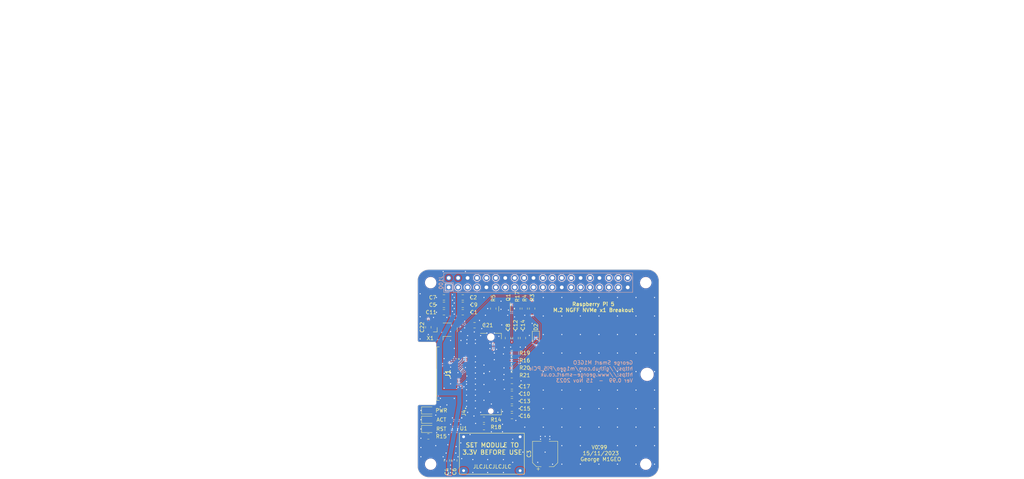
<source format=kicad_pcb>
(kicad_pcb (version 20221018) (generator pcbnew)
  (title_block (title "Raspberry Pi 5 M.2 Hat") (date "2023-11-15") (rev "0.99") (company "George M1GEO, Chris G8OCV") (comment 1 "https://www.george-smart.co.uk") (comment 2 "https://github.com/m1geo/Pi5_PCIe") (comment 4 "** Controlled Impedances: JLC04161H-7628 Stackup **"))
  (layers (0 "F.Cu" signal) (1 "In1.Cu" signal) (2 "In2.Cu" signal) (31 "B.Cu" signal) (34 "B.Paste" user) (35 "F.Paste" user) (36 "B.SilkS" user "B.Silkscreen") (37 "F.SilkS" user "F.Silkscreen") (38 "B.Mask" user) (39 "F.Mask" user) (44 "Edge.Cuts" user))
  (net 0 "")
  (net 1 "GND")
  (net 2 "+3V3")
  (net 3 "Net-(X1-OUT)")
  (net 4 "+5V")
  (net 5 "PCIE_TX0N")
  (net 6 "PCIE_TX0P")
  (net 7 "PCIE_RX0P")
  (net 8 "PCIE_RX0N")
  (net 9 "PCIE_CLKN")
  (net 10 "PCIE_CLKP")
  (net 11 "PCIE_PERST#")
  (net 12 "Net-(Q1-G)")
  (net 13 "Net-(C21-Pad2)")
  (net 14 "PCIE_CLKREQ#")
  (net 15 "PCIE_WAKE#")
  (net 16 "PCIE_SMCLK")
  (net 17 "PCIE_SMDAT")
  (net 18 "RESET")
  (net 19 "UNKNOWN?!")
  (net 20 "Net-(D1-A)")
  (net 25 "Net-(D4-A)")
  (net 26 "Net-(D5-A)")
  (net 83 "/ACT_LED")
  (footprint "Capacitor_SMD:C_0805_2012Metric_Pad1.18x1.45mm_HandSolder" (layer "F.Cu") (at 138.0375 110)
    (fp_text reference "C15")
    (fp_text value "100n")
  )
  (footprint "Capacitor_SMD:C_0805_2012Metric_Pad1.18x1.45mm_HandSolder" (layer "F.Cu") (at 119.7125 84 180)
    (fp_text reference "C11")
    (fp_text value "100n")
  )
  (footprint "MountingHole:MountingHole_3.2mm_M3" (layer "F.Cu") (at 174.5 100.75)
    (fp_text reference "H1" hide)
    (fp_text value "M2 Hole")
  )
  (footprint "LED_SMD:LED_0805_2012Metric_Pad1.15x1.40mm_HandSolder" (layer "F.Cu") (at 115.525 115.5)
    (fp_text reference "D5" hide)
    (fp_text value "RST")
  )
  (footprint "Resistor_SMD:R_0805_2012Metric_Pad1.20x1.40mm_HandSolder" (layer "F.Cu") (at 141.5 83 -90)
    (fp_text reference "R4")
    (fp_text value "10k")
  )
  (footprint "Capacitor_SMD:C_0805_2012Metric_Pad1.18x1.45mm_HandSolder" (layer "F.Cu") (at 138.0375 108)
    (fp_text reference "C13")
    (fp_text value "100n")
  )
  (footprint "Resistor_SMD:R_0805_2012Metric_Pad1.20x1.40mm_HandSolder" (layer "F.Cu") (at 138 97)
    (fp_text reference "R16")
    (fp_text value "10k")
  )
  (footprint "Capacitor_SMD:C_0805_2012Metric_Pad1.18x1.45mm_HandSolder" (layer "F.Cu") (at 138.0375 106)
    (fp_text reference "C10")
    (fp_text value "10u")
  )
  (footprint "Resistor_SMD:R_0805_2012Metric_Pad1.20x1.40mm_HandSolder" (layer "F.Cu") (at 133 83 -90)
    (fp_text reference "R5")
    (fp_text value "0")
  )
  (footprint "Capacitor_SMD:C_0805_2012Metric_Pad1.18x1.45mm_HandSolder" (layer "F.Cu") (at 139 90.9625 90)
    (fp_text reference "C12")
    (fp_text value "100n")
  )
  (footprint "Resistor_SMD:R_0805_2012Metric_Pad1.20x1.40mm_HandSolder" (layer "F.Cu") (at 130.5 113 180)
    (fp_text reference "R14")
    (fp_text value "1k")
  )
  (footprint "Capacitor_SMD:C_0805_2012Metric_Pad1.18x1.45mm_HandSolder" (layer "F.Cu") (at 115.5 88.0375 90)
    (fp_text reference "C22")
    (fp_text value "100n")
  )
  (footprint "Mini360:Mini360_step-down" (layer "F.Cu") (at 132.63 122.175)
    (fp_text reference "U1")
    (fp_text value "Mini360")
  )
  (footprint "fpc:68711614522" (layer "F.Cu") (at 119.94 100.555 -90)
    (fp_text reference "J1")
    (fp_text value "68711614522" hide)
  )
  (footprint "LED_SMD:LED_0805_2012Metric_Pad1.15x1.40mm_HandSolder" (layer "F.Cu") (at 115.525 113)
    (fp_text reference "D1" hide)
    (fp_text value "ACT")
  )
  (footprint "Resistor_SMD:R_0805_2012Metric_Pad1.20x1.40mm_HandSolder" (layer "F.Cu") (at 138 95)
    (fp_text reference "R19")
    (fp_text value "10k")
  )
  (footprint "Resistor_SMD:R_0805_2012Metric_Pad1.20x1.40mm_HandSolder" (layer "F.Cu") (at 138 99.05)
    (fp_text reference "R20")
    (fp_text value "10k")
  )
  (footprint "Capacitor_SMD:C_0805_2012Metric_Pad1.18x1.45mm_HandSolder" (layer "F.Cu") (at 138.0375 112)
    (fp_text reference "C16")
    (fp_text value "100n")
  )
  (footprint "Capacitor_SMD:C_0805_2012Metric_Pad1.18x1.45mm_HandSolder" (layer "F.Cu") (at 119.7125 82 180)
    (fp_text reference "C5")
    (fp_text value "10u")
  )
  (footprint "Oscillator:Oscillator_SMD_Fordahl_DFAS15-4Pin_5.0x3.2mm_HandSoldering" (layer "F.Cu") (at 120.575 88.7)
    (fp_text reference "X1")
    (fp_text value "KD 3.3V")
  )
  (footprint "Resistor_SMD:R_0805_2012Metric_Pad1.20x1.40mm_HandSolder" (layer "F.Cu") (at 138 101)
    (fp_text reference "R21")
    (fp_text value "10k")
  )
  (footprint "Diode_SMD:D_0805_2012Metric_Pad1.15x1.40mm_HandSolder" (layer "F.Cu") (at 144.5 90.975 -90)
    (fp_text reference "D2")
    (fp_text value "DNF")
  )
  (footprint "Package_TO_SOT_SMD:SOT-23" (layer "F.Cu") (at 136.05 83.0625 -90)
    (fp_text reference "Q1")
    (fp_text value "BS170F")
  )
  (footprint "Capacitor_SMD:C_0805_2012Metric_Pad1.18x1.45mm_HandSolder" (layer "F.Cu") (at 119.7125 79.99 180)
    (fp_text reference "C7")
    (fp_text value "10u")
  )
  (footprint "Capacitor_SMD:C_0805_2012Metric_Pad1.18x1.45mm_HandSolder" (layer "F.Cu") (at 124.7875 82)
    (fp_text reference "C9")
    (fp_text value "10u")
  )
  (footprint "MountingHole:MountingHole_2.7mm_M2.5" (layer "F.Cu") (at 174.13 76)
    (fp_text reference "MH2" hide)
    (fp_text value "MountingHole_2.7mm_M2.5" hide)
  )
  (footprint "Capacitor_SMD:C_0805_2012Metric_Pad1.18x1.45mm_HandSolder" (layer "F.Cu") (at 124.7875 84)
    (fp_text reference "C1")
    (fp_text value "100n")
  )
  (footprint "Resistor_SMD:R_0805_2012Metric_Pad1.20x1.40mm_HandSolder" (layer "F.Cu") (at 143.5 83 90)
    (fp_text reference "R3")
    (fp_text value "DNF")
  )
  (footprint "Capacitor_SMD:C_0805_2012Metric_Pad1.18x1.45mm_HandSolder" (layer "F.Cu") (at 127.9625 87.5)
    (fp_text reference "C21")
    (fp_text value "100n")
  )
  (footprint "Resistor_SMD:R_0805_2012Metric_Pad1.20x1.40mm_HandSolder" (layer "F.Cu") (at 139.5 83 90)
    (fp_text reference "R17")
    (fp_text value "10k")
  )
  (footprint "LED_SMD:LED_0805_2012Metric_Pad1.15x1.40mm_HandSolder" (layer "F.Cu") (at 115.525 110.5)
    (fp_text reference "D4" hide)
    (fp_text value "PWR")
  )
  (footprint "Capacitor_SMD:C_0805_2012Metric_Pad1.18x1.45mm_HandSolder" (layer "F.Cu") (at 122.5 124 90)
    (fp_text reference "C6")
    (fp_text value "100n")
  )
  (footprint "Capacitor_SMD:C_0805_2012Metric_Pad1.18x1.45mm_HandSolder" (layer "F.Cu") (at 120.5 124 90)
    (fp_text reference "C4")
    (fp_text value "10u")
  )
  (footprint "ngff:AMPHENOL_MDT420M03001" (layer "F.Cu") (at 132.355 100.675 90)
    (fp_text reference "J4")
    (fp_text value "MDT420M03001")
  )
  (footprint "Resistor_SMD:R_0805_2012Metric_Pad1.20x1.40mm_HandSolder" (layer "F.Cu") (at 130.5 115 180)
    (fp_text reference "R18")
    (fp_text value "1k")
  )
  (footprint "Capacitor_SMD:C_0805_2012Metric_Pad1.18x1.45mm_HandSolder" (layer "F.Cu") (at 141 90.9625 90)
    (fp_text reference "C14")
    (fp_text value "100n")
  )
  (footprint "MountingHole:MountingHole_2.7mm_M2.5" (layer "F.Cu") (at 174.13 125)
    (fp_text reference "MH4" hide)
    (fp_text value "MountingHole_2.7mm_M2.5" hide)
  )
  (footprint "MountingHole:MountingHole_2.7mm_M2.5" (layer "F.Cu") (at 116.13 125)
    (fp_text reference "MH3" hide)
    (fp_text value "MountingHole_2.7mm_M2.5" hide)
  )
  (footprint "Capacitor_SMD:C_0805_2012Metric_Pad1.18x1.45mm_HandSolder" (layer "F.Cu") (at 137 90.9625 90)
    (fp_text reference "C8")
    (fp_text value "10u")
  )
  (footprint "Capacitor_SMD:C_0805_2012Metric_Pad1.18x1.45mm_HandSolder" (layer "F.Cu") (at 138.0375 104)
    (fp_text reference "C17")
    (fp_text value "100n")
  )
  (footprint "Capacitor_SMD:C_0805_2012Metric_Pad1.18x1.45mm_HandSolder" (layer "F.Cu") (at 124.7875 80)
    (fp_text reference "C2")
    (fp_text value "10u")
  )
  (footprint "Resistor_SMD:R_0805_2012Metric_Pad1.20x1.40mm_HandSolder" (layer "F.Cu") (at 115.5 117.5)
    (fp_text reference "R15")
    (fp_text value "1k")
  )
  (footprint "MountingHole:MountingHole_2.7mm_M2.5" (layer "F.Cu") (at 116.13 76)
    (fp_text reference "MH1" hide)
    (fp_text value "MountingHole_2.7mm_M2.5" hide)
  )
  (footprint "Capacitor_SMD:CP_Elec_6.3x7.7" (layer "F.Cu") (at 147 122.25 90)
    (fp_text reference "C3")
    (fp_text value "150u")
  )
  (footprint "Connector_PinSocket_2.54mm:PinSocket_2x20_P2.54mm_Vertical" (layer "B.Cu") (at 121 77.27 -90)
    (fp_text reference "J100")
    (fp_text value "GPIO")
  )
  (gr_line (start 177.63 125.5) (end 177.63 75.5) (stroke (width 0.1)) (layer "Edge.Cuts"))
  (gr_line (start 113.13 92) (end 117.13 92) (stroke (width 0.1)) (layer "Edge.Cuts"))
  (gr_arc (start 112.63 109.5) (mid 112.776138 109.146755) (end 113.129127 109.000001) (stroke (width 0.1)) (layer "Edge.Cuts"))
  (gr_line (start 115.63 128.5) (end 174.63 128.5) (stroke (width 0.1)) (layer "Edge.Cuts"))
  (gr_arc (start 112.63 75.5) (mid 113.50868 73.37868) (end 115.63 72.5) (stroke (width 0.1)) (layer "Edge.Cuts"))
  (gr_line (start 117.13 109) (end 113.13 109) (stroke (width 0.1)) (layer "Edge.Cuts"))
  (gr_line (start 112.63 75.5) (end 112.63 91.5) (stroke (width 0.1)) (layer "Edge.Cuts"))
  (gr_arc (start 117.13 92) (mid 117.483553 92.146447) (end 117.63 92.5) (stroke (width 0.1)) (layer "Edge.Cuts"))
  (gr_arc (start 117.63 108.5) (mid 117.483553 108.853553) (end 117.13 109) (stroke (width 0.1)) (layer "Edge.Cuts"))
  (gr_arc (start 174.63 72.5) (mid 176.75132 73.37868) (end 177.63 75.5) (stroke (width 0.1)) (layer "Edge.Cuts"))
  (gr_arc (start 177.63 125.5) (mid 176.75132 127.62132) (end 174.63 128.5) (stroke (width 0.1)) (layer "Edge.Cuts"))
  (gr_line (start 112.63 109.5) (end 112.63 125.5) (stroke (width 0.1)) (layer "Edge.Cuts"))
  (gr_line (start 174.63 72.5) (end 115.63 72.5) (stroke (width 0.1)) (layer "Edge.Cuts"))
  (gr_arc (start 115.63 128.5) (mid 113.50868 127.62132) (end 112.63 125.5) (stroke (width 0.1)) (layer "Edge.Cuts"))
  (gr_arc (start 113.13 92) (mid 112.776447 91.853553) (end 112.63 91.5) (stroke (width 0.1)) (layer "Edge.Cuts"))
  (gr_line (start 117.63 92.5) (end 117.63 108.5) (stroke (width 0.1)) (layer "Edge.Cuts"))
  (gr_text "George Smart M1GEO\nhttps://github.com/m1geo/Pi5_PCIe\nhttps://www.george-smart.co.uk\nVer 0.99  -  15 Nov 2023" (at 170.75 103) (layer "B.SilkS") (effects (font (size 1 1)) (justify left bottom mirror)))
  (gr_text "SET MODULE TO\n3.3V BEFORE USE" (at 132.75 122.5) (layer "F.SilkS") (effects (font (size 1.2 1.2) (thickness 0.2) bold) (justify bottom)))
  (gr_text "V0.99 \n15/11/2023\nGeorge M1GEO" (at 162 124.25) (layer "F.SilkS") (effects (font (size 1 1)) (justify bottom)))
  (gr_text "Raspberry Pi 5\nM.2 NGFF NVMe x1 Breakout" (at 160 84) (layer "F.SilkS") (effects (font (size 1 1) (thickness 0.2) bold) (justify bottom)))
  (gr_text "JLCJLCJLCJLC" (at 127.5 126.25) (layer "F.SilkS") (effects (font (size 1 1)) (justify left bottom)))
  (segment (start 122.49 98.805) (end 123.5 98.805) (width 0.25) (layer "F.Cu") (net 1))
  (segment (start 125.88 101.925) (end 127.08 101.925) (width 0.25) (layer "F.Cu") (net 1))
  (segment (start 125.6666 97.6384) (end 125.88 97.425) (width 0.25) (layer "F.Cu") (net 1))
  (segment (start 123.09 101.805) (end 123.22 101.675) (width 0.25) (layer "F.Cu") (net 1))
  (segment (start 124.6666 97.6384) (end 125.6666 97.6384) (width 0.25) (layer "F.Cu") (net 1))
  (segment (start 122.49 103.305) (end 122.5416 103.3566) (width 0.25) (layer "F.Cu") (net 1))
  (segment (start 124.13 101.675) (end 125.38 100.425) (width 0.25) (layer "F.Cu") (net 1))
  (segment (start 124.4484 103.3566) (end 125.88 101.925) (width 0.25) (layer "F.Cu") (net 1))
  (segment (start 122.49 101.805) (end 123.09 101.805) (width 0.25) (layer "F.Cu") (net 1))
  (segment (start 125.88 97.425) (end 127.08 97.425) (width 0.25) (layer "F.Cu") (net 1))
  (segment (start 125.38 100.425) (end 127.08 100.425) (width 0.25) (layer "F.Cu") (net 1))
  (segment (start 122.5416 103.3566) (end 124.4484 103.3566) (width 0.25) (layer "F.Cu") (net 1))
  (segment (start 123.22 101.675) (end 124.13 101.675) (width 0.25) (layer "F.Cu") (net 1))
  (segment (start 123.5 98.805) (end 124.6666 97.6384) (width 0.25) (layer "F.Cu") (net 1))
  (via (at 121.5 89.2) (size 0.45) (drill 0.3) (layers "F.Cu" "B.Cu") (net 1))
  (via (at 137.1 83.4) (size 0.45) (drill 0.3) (layers "F.Cu" "B.Cu") (net 1))
  (via (at 128.2 91.4) (size 0.45) (drill 0.3) (layers "F.Cu" "B.Cu") (net 1))
  (via (at 133.9 94) (size 0.45) (drill 0.3) (layers "F.Cu" "B.Cu") (net 1))
  (via (at 156.5 90) (size 0.45) (drill 0.3) (layers "F.Cu" "B.Cu") (net 1))
  (via (at 161.5 105) (size 0.45) (drill 0.3) (layers "F.Cu" "B.Cu") (net 1))
  (via (at 121 117) (size 0.45) (drill 0.3) (layers "F.Cu" "B.Cu") (net 1))
  (via (at 148.25 117.5) (size 0.45) (drill 0.3) (layers "F.Cu" "B.Cu") (net 1))
  (via (at 135.75 120.25) (size 0.45) (drill 0.3) (layers "F.Cu" "B.Cu") (net 1))
  (via (at 130.5 100.5) (size 0.45) (drill 0.3) (layers "F.Cu" "B.Cu") (net 1))
  (via (at 126.9 84) (size 0.45) (drill 0.3) (layers "F.Cu" "B.Cu") (net 1))
  (via (at 130.7 87.4) (size 0.45) (drill 0.3) (layers "F.Cu" "B.Cu") (net 1))
  (via (at 151.5 110) (size 0.45) (drill 0.3) (layers "F.Cu" "B.Cu") (net 1))
  (via (at 129.6 111) (size 0.45) (drill 0.3) (layers "F.Cu" "B.Cu") (net 1))
  (via (at 137.9 100) (size 0.45) (drill 0.3) (layers "F.Cu" "B.Cu") (net 1))
  (via (at 171.5 95) (size 0.45) (drill 0.3) (layers "F.Cu" "B.Cu") (net 1))
  (via (at 121.5 98.8) (size 0.45) (drill 0.3) (layers "F.Cu" "B.Cu") (net 1))
  (via (at 166.5 95) (size 0.45) (drill 0.3) (layers "F.Cu" "B.Cu") (net 1))
  (via (at 176.5 105) (size 0.45) (drill 0.3) (layers "F.Cu" "B.Cu") (net 1))
  (via (at 128.2 92.4) (size 0.45) (drill 0.3) (layers "F.Cu" "B.Cu") (net 1))
  (via (at 140 110) (size 0.45) (drill 0.3) (layers "F.Cu" "B.Cu") (net 1))
  (via (at 135.9 99) (size 0.45) (drill 0.3) (layers "F.Cu" "B.Cu") (net 1))
  (via (at 143.5 87) (size 0.45) (drill 0.3) (layers "F.Cu" "B.Cu") (net 1))
  (via (at 117.7 82) (size 0.45) (drill 0.3) (layers "F.Cu" "B.Cu") (net 1))
  (via (at 166.5 120) (size 0.45) (drill 0.3) (layers "F.Cu" "B.Cu") (net 1))
  (via (at 130.9 84.8) (size 0.45) (drill 0.3) (layers "F.Cu" "B.Cu") (net 1))
  (via (at 127.5 127.25) (size 0.45) (drill 0.3) (layers "F.Cu" "B.Cu") (net 1))
  (via (at 131.3 89.6) (size 0.45) (drill 0.3) (layers "F.Cu" "B.Cu") (net 1))
  (via (at 129.9 88.4) (size 0.45) (drill 0.3) (layers "F.Cu" "B.Cu") (net 1))
  (via (at 133.3 89.6) (size 0.45) (drill 0.3) (layers "F.Cu" "B.Cu") (net 1))
  (via (at 131.5 123.75) (size 0.45) (drill 0.3) (layers "F.Cu" "B.Cu") (net 1))
  (via (at 120.5 85.4) (size 0.45) (drill 0.3) (layers "F.Cu" "B.Cu") (net 1))
  (via (at 138.75 85.25) (size 0.45) (drill 0.3) (layers "F.Cu" "B.Cu") (net 1))
  (via (at 123 120.25) (size 0.45) (drill 0.3) (layers "F.Cu" "B.Cu") (net 1))
  (via (at 128.2 103.4) (size 0.45) (drill 0.3) (layers "F.Cu" "B.Cu") (net 1))
  (via (at 161.5 90) (size 0.45) (drill 0.3) (layers "F.Cu" "B.Cu") (net 1))
  (via (at 126.75 117) (size 0.45) (drill 0.3) (layers "F.Cu" "B.Cu") (net 1))
  (via (at 141.7 93.4) (size 0.45) (drill 0.3) (layers "F.Cu" "B.Cu") (net 1))
  (via (at 133.3 95) (size 0.45) (drill 0.3) (layers "F.Cu" "B.Cu") (net 1))
  (via (at 176.5 90) (size 0.45) (drill 0.3) (layers "F.Cu" "B.Cu") (net 1))
  (via (at 134.5 90.5) (size 0.45) (drill 0.3) (layers "F.Cu" "B.Cu") (net 1))
  (via (at 166.5 100) (size 0.45) (drill 0.3) (layers "F.Cu" "B.Cu") (net 1))
  (via (at 125.1 104.1) (size 0.45) (drill 0.3) (layers "F.Cu" "B.Cu") (net 1))
  (via (at 127.8 112) (size 0.45) (drill 0.3) (layers "F.Cu" "B.Cu") (net 1))
  (via (at 138.7 83) (size 0.45) (drill 0.3) (layers "F.Cu" "B.Cu") (net 1))
  (via (at 156.5 115) (size 0.45) (drill 0.3) (layers "F.Cu" "B.Cu") (net 1))
  (via (at 131.5 83) (size 0.45) (drill 0.3) (layers "F.Cu" "B.Cu") (net 1))
  (via (at 176.5 110) (size 0.45) (drill 0.3) (layers "F.Cu" "B.Cu") (net 1))
  (via (at 142.75 90.25) (size 0.45) (drill 0.3) (layers "F.Cu" "B.Cu") (net 1))
  (via (at 135.3 87.4) (size 0.45) (drill 0.3) (layers "F.Cu" "B.Cu") (net 1))
  (via (at 133.5 102.2) (size 0.45) (drill 0.3) (layers "F.Cu" "B.Cu") (net 1))
  (via (at 113.5 113) (size 0.45) (drill 0.3) (layers "F.Cu" "B.Cu") (net 1))
  (via (at 132 105.5) (size 0.45) (drill 0.3) (layers "F.Cu" "B.Cu") (net 1))
  (via (at 161.5 100) (size 0.45) (drill 0.3) (layers "F.Cu" "B.Cu") (net 1))
  (via (at 119.5 123) (size 0.45) (drill 0.3) (layers "F.Cu" "B.Cu") (net 1))
  (via (at 125.8 107.9) (size 0.45) (drill 0.3) (layers "F.Cu" "B.Cu") (net 1))
  (via (at 123.5 123) (size 0.45) (drill 0.3) (layers "F.Cu" "B.Cu") (net 1))
  (via (at 151.5 90) (size 0.45) (drill 0.3) (layers "F.Cu" "B.Cu") (net 1))
  (via (at 135.75 95.25) (size 0.45) (drill 0.3) (layers "F.Cu" "B.Cu") (net 1))
  (via (at 140 104) (size 0.45) (drill 0.3) (layers "F.Cu" "B.Cu") (net 1))
  (via (at 135.1 81) (size 0.45) (drill 0.3) (layers "F.Cu" "B.Cu") (net 1))
  (via (at 141 121.75) (size 0.45) (drill 0.3) (layers "F.Cu" "B.Cu") (net 1))
  (via (at 122.5 93.75) (size 0.45) (drill 0.3) (layers "F.Cu" "B.Cu") (net 1))
  (via (at 146.5 90) (size 0.45) (drill 0.3) (layers "F.Cu" "B.Cu") (net 1))
  (via (at 139.1 113.2) (size 0.45) (drill 0.3) (layers "F.Cu" "B.Cu") (net 1))
  (via (at 137.7 93.4) (size 0.45) (drill 0.3) (layers "F.Cu" "B.Cu") (net 1))
  (via (at 130.5 80) (size 0.45) (drill 0.3) (layers "F.Cu" "B.Cu") (net 1))
  (via (at 132 100) (size 0.45) (drill 0.3) (layers "F.Cu" "B.Cu") (net 1))
  (via (at 124.5 112.5) (size 0.45) (drill 0.3) (layers "F.Cu" "B.Cu") (net 1))
  (via (at 137 89) (size 0.45) (drill 0.3) (layers "F.Cu" "B.Cu") (net 1))
  (via (at 117.75 116.5) (size 0.45) (drill 0.3) (layers "F.Cu" "B.Cu") (net 1))
  (via (at 171.5 85) (size 0.45) (drill 0.3) (layers "F.Cu" "B.Cu") (net 1))
  (via (at 161.5 125) (size 0.45) (drill 0.3) (layers "F.Cu" "B.Cu") (net 1))
  (via (at 146.5 115) (size 0.45) (drill 0.3) (layers "F.Cu" "B.Cu") (net 1))
  (via (at 166.5 105) (size 0.45) (drill 0.3) (layers "F.Cu" "B.Cu") (net 1))
  (via (at 135.75 127.25) (size 0.45) (drill 0.3) (layers "F.Cu" "B.Cu") (net 1))
  (via (at 130.5 98.25) (size 0.45) (drill 0.3) (layers "F.Cu" "B.Cu") (net 1))
  (via (at 139 89) (size 0.45) (drill 0.3) (layers "F.Cu" "B.Cu") (net 1))
  (via (at 171.5 115) (size 0.45) (drill 0.3) (layers "F.Cu" "B.Cu") (net 1))
  (via (at 121.5 103.3) (size 0.45) (drill 0.3) (layers "F.Cu" "B.Cu") (net 1))
  (via (at 171.5 110) (size 0.45) (drill 0.3) (layers "F.Cu" "B.Cu") (net 1))
  (via (at 113.5 118) (size 0.45) (drill 0.3) (layers "F.Cu" "B.Cu") (net 1))
  (via (at 115.5 90) (size 0.45) (drill 0.3) (layers "F.Cu" "B.Cu") (net 1))
  (via (at 119.8 100.5) (size 0.45) (drill 0.3) (layers "F.Cu" "B.Cu") (net 1))
  (via (at 133.3 96.8) (size 0.45) (drill 0.3) (layers "F.Cu" "B.Cu") (net 1))
  (via (at 128.2 98.9) (size 0.45) (drill 0.3) (layers "F.Cu" "B.Cu") (net 1))
  (via (at 113.5 110.5) (size 0.45) (drill 0.3) (layers "F.Cu" "B.Cu") (net 1))
  (via (at 128.2 106.4) (size 0.45) (drill 0.3) (layers "F.Cu" "B.Cu") (net 1))
  (via (at 140 112) (size 0.45) (drill 0.3) (layers "F.Cu" "B.Cu") (net 1))
  (via (at 126.9 82) (size 0.45) (drill 0.3) (layers "F.Cu" "B.Cu") (net 1))
  (via (at 128.2 97.4) (size 0.45) (drill 0.3) (layers "F.Cu" "B.Cu") (net 1))
  (via (at 122.5 96) (size 0.45) (drill 0.3) (layers "F.Cu" "B.Cu") (net 1))
  (via (at 141.5 115) (size 0.45) (drill 0.3) (layers "F.Cu" "B.Cu") (net 1))
  (via (at 135.75 120.25) (size 0.45) (drill 0.3) (layers "F.Cu" "B.Cu") (net 1))
  (via (at 130.5 100.5) (size 0.45) (drill 0.3) (layers "F.Cu" "B.Cu") (net 1))
  (via (at 125.8 109.4) (size 0.45) (drill 0.3) (layers "F.Cu" "B.Cu") (net 1))
  (via (at 124.5 123.5) (size 0.45) (drill 0.3) (layers "F.Cu" "B.Cu") (net 1))
  (via (at 124.25 114.25) (size 0.45) (drill 0.3) (layers "F.Cu" "B.Cu") (net 1))
  (via (at 121.5 114.25) (size 0.45) (drill 0.3) (layers "F.Cu" "B.Cu") (net 1))
  (via (at 117.7 84) (size 0.45) (drill 0.3) (layers "F.Cu" "B.Cu") (net 1))
  (via (at 137.9 98) (size 0.45) (drill 0.3) (layers "F.Cu" "B.Cu") (net 1))
  (via (at 122 112.5) (size 0.45) (drill 0.3) (layers "F.Cu" "B.Cu") (net 1))
  (via (at 151.5 115) (size 0.45) (drill 0.3) (layers "F.Cu" "B.Cu") (net 1))
  (via (at 151.5 85) (size 0.45) (drill 0.3) (layers "F.Cu" "B.Cu") (net 1))
  (via (at 118.75 107.25) (size 0.45) (drill 0.3) (layers "F.Cu" "B.Cu") (net 1))
  (via (at 125.9 91.4) (size 0.45) (drill 0.3) (layers "F.Cu" "B.Cu") (net 1))
  (via (at 131.5 127.25) (size 0.45) (drill 0.3) (layers "F.Cu" "B.Cu") (net 1))
  (via (at 135.5 110.8) (size 0.45) (drill 0.3) (layers "F.Cu" "B.Cu") (net 1))
  (via (at 151.5 105) (size 0.45) (drill 0.3) (layers "F.Cu" "B.Cu") (net 1))
  (via (at 171.5 90) (size 0.45) (drill 0.3) (layers "F.Cu" "B.Cu") (net 1))
  (via (at 125.3 86.4) (size 0.45) (drill 0.3) (layers "F.Cu" "B.Cu") (net 1))
  (via (at 136 104.75) (size 0.45) (drill 0.3) (layers "F.Cu" "B.Cu") (net 1))
  (via (at 156.5 80) (size 0.45) (drill 0.3) (layers "F.Cu" "B.Cu") (net 1))
  (via (at 176.5 120) (size 0.45) (drill 0.3) (layers "F.Cu" "B.Cu") (net 1))
  (via (at 140.5 102.5) (size 0.45) (drill 0.3) (layers "F.Cu" "B.Cu") (net 1))
  (via (at 132.1 92.4) (size 0.45) (drill 0.3) (layers "F.Cu" "B.Cu") (net 1))
  (via (at 125.5 73) (size 0.45) (drill 0.3) (layers "F.Cu" "B.Cu") (net 1))
  (via (at 132.1 93.8) (size 0.45) (drill 0.3) (layers "F.Cu" "B.Cu") (net 1))
  (via (at 120.5 109) (size 0.45) (drill 0.3) (layers "F.Cu" "B.Cu") (net 1))
  (via (at 151.5 95) (size 0.45) (drill 0.3) (layers "F.Cu" "B.Cu") (net 1))
  (via (at 121.5 100.3) (size 0.45) (drill 0.3) (layers "F.Cu" "B.Cu") (net 1))
  (via (at 156.5 85) (size 0.45) (drill 0.3) (layers "F.Cu" "B.Cu") (net 1))
  (via (at 127.5 123.75) (size 0.45) (drill 0.3) (layers "F.Cu" "B.Cu") (net 1))
  (via (at 124.3 91.6) (size 0.45) (drill 0.3) (layers "F.Cu" "B.Cu") (net 1))
  (via (at 166.5 90) (size 0.45) (drill 0.3) (layers "F.Cu" "B.Cu") (net 1))
  (via (at 171.5 120) (size 0.45) (drill 0.3) (layers "F.Cu" "B.Cu") (net 1))
  (via (at 132.5 108.75) (size 0.45) (drill 0.3) (layers "F.Cu" "B.Cu") (net 1))
  (via (at 136 93.5) (size 0.45) (drill 0.3) (layers "F.Cu" "B.Cu") (net 1))
  (via (at 119.5 73) (size 0.45) (drill 0.3) (layers "F.Cu" "B.Cu") (net 1))
  (via (at 116.9 85.4) (size 0.45) (drill 0.3) (layers "F.Cu" "B.Cu") (net 1))
  (via (at 171.5 100) (size 0.45) (drill 0.3) (layers "F.Cu" "B.Cu") (net 1))
  (via (at 135.5 114.25) (size 0.45) (drill 0.3) (layers "F.Cu" "B.Cu") (net 1))
  (via (at 135.9 100.8) (size 0.45) (drill 0.3) (layers "F.Cu" "B.Cu") (net 1))
  (via (at 125.8 103.4) (size 0.45) (drill 0.3) (layers "F.Cu" "B.Cu") (net 1))
  (via (at 156.5 120) (size 0.45) (drill 0.3) (layers "F.Cu" "B.Cu") (net 1))
  (via (at 161.5 95) (size 0.45) (drill 0.3) (layers "F.Cu" "B.Cu") (net 1))
  (via (at 117.5 111.75) (size 0.45) (drill 0.3) (layers "F.Cu" "B.Cu") (net 1))
  (via (at 171.5 125) (size 0.45) (drill 0.3) (layers "F.Cu" "B.Cu") (net 1))
  (via (at 140 108) (size 0.45) (drill 0.3) (layers "F.Cu" "B.Cu") (net 1))
  (via (at 145 124.5) (size 0.45) (drill 0.3) (layers "F.Cu" "B.Cu") (net 1))
  (via (at 176.5 115) (size 0.45) (drill 0.3) (layers "F.Cu" "B.Cu") (net 1))
  (via (at 125.5 98.9) (size 0.45) (drill 0.3) (layers "F.Cu" "B.Cu") (net 1))
  (via (at 126.1 90.3) (size 0.45) (drill 0.3) (layers "F.Cu" "B.Cu") (net 1))
  (via (at 132.5 116.25) (size 0.45) (drill 0.3) (layers "F.Cu" "B.Cu") (net 1))
  (via (at 129.3 86.2) (size 0.45) (drill 0.3) (layers "F.Cu" "B.Cu") (net 1))
  (via (at 156.5 110) (size 0.45) (drill 0.3) (layers "F.Cu" "B.Cu") (net 1))
  (via (at 122.5 107.25) (size 0.45) (drill 0.3) (layers "F.Cu" "B.Cu") (net 1))
  (via (at 156.5 125) (size 0.45) (drill 0.3) (layers "F.Cu" "B.Cu") (net 1))
  (via (at 146.5 95) (size 0.45) (drill 0.3) (layers "F.Cu" "B.Cu") (net 1))
  (via (at 124.3 89.2) (size 0.45) (drill 0.3) (layers "F.Cu" "B.Cu") (net 1))
  (via (at 166.5 110) (size 0.45) (drill 0.3) (layers "F.Cu" "B.Cu") (net 1))
  (via (at 176.5 95) (size 0.45) (drill 0.3) (layers "F.Cu" "B.Cu") (net 1))
  (via (at 171.5 80) (size 0.45) (drill 0.3) (layers "F.Cu" "B.Cu") (net 1))
  (via (at 151.5 80) (size 0.45) (drill 0.3) (layers "F.Cu" "B.Cu") (net 1))
  (via (at 136.9 84.8) (size 0.45) (drill 0.3) (layers "F.Cu" "B.Cu") (net 1))
  (via (at 128.2 101.9) (size 0.45) (drill 0.3) (layers "F.Cu" "B.Cu") (net 1))
  (via (at 129.6 90.3) (size 0.45) (drill 0.3) (layers "F.Cu" "B.Cu") (net 1))
  (via (at 176.5 80) (size 0.45) (drill 0.3) (layers "F.Cu" "B.Cu") (net 1))
  (via (at 146.5 105) (size 0.45) (drill 0.3) (layers "F.Cu" "B.Cu") (net 1))
  (via (at 130.5 103.5) (size 0.45) (drill 0.3) (layers "F.Cu" "B.Cu") (net 1))
  (via (at 156.5 95) (size 0.45) (drill 0.3) (layers "F.Cu" "B.Cu") (net 1))
  (via (at 121.5 101.8) (size 0.45) (drill 0.3) (layers "F.Cu" "B.Cu") (net 1))
  (via (at 125.8 102.7) (size 0.45) (drill 0.3) (layers "F.Cu" "B.Cu") (net 1))
  (via (at 118.75 109.5) (size 0.45) (drill 0.3) (layers "F.Cu" "B.Cu") (net 1))
  (via (at 166.5 80) (size 0.45) (drill 0.3) (layers "F.Cu" "B.Cu") (net 1))
  (via (at 120.3 122) (size 0.45) (drill 0.3) (layers "F.Cu" "B.Cu") (net 1))
  (via (at 123.5 100.3) (size 0.45) (drill 0.3) (layers "F.Cu" "B.Cu") (net 1))
  (via (at 140 106) (size 0.45) (drill 0.3) (layers "F.Cu" "B.Cu") (net 1))
  (via (at 124.25 119.25) (size 0.45) (drill 0.3) (layers "F.Cu" "B.Cu") (net 1))
  (via (at 122.5 123.8) (size 0.45) (drill 0.3) (layers "F.Cu" "B.Cu") (net 1))
  (via (at 141.5 84.8) (size 0.45) (drill 0.3) (layers "F.Cu" "B.Cu") (net 1))
  (via (at 113.5 115.5) (size 0.45) (drill 0.3) (layers "F.Cu" "B.Cu") (net 1))
  (via (at 151.5 100) (size 0.45) (drill 0.3) (layers "F.Cu" "B.Cu") (net 1))
  (via (at 176.5 85) (size 0.45) (drill 0.3) (layers "F.Cu" "B.Cu") (net 1))
  (via (at 161.5 110) (size 0.45) (drill 0.3) (layers "F.Cu" "B.Cu") (net 1))
  (via (at 113.3 79) (size 0.45) (drill 0.3) (layers "F.Cu" "B.Cu") (net 1))
  (via (at 138.25 118.25) (size 0.45) (drill 0.3) (layers "F.Cu" "B.Cu") (net 1))
  (via (at 128.2 107.9) (size 0.45) (drill 0.3) (layers "F.Cu" "B.Cu") (net 1))
  (via (at 119.9 123.8) (size 0.45) (drill 0.3) (layers "F.Cu" "B.Cu") (net 1))
  (via (at 146.5 85) (size 0.45) (drill 0.3) (layers "F.Cu" "B.Cu") (net 1))
  (via (at 161.5 120) (size 0.45) (drill 0.3) (layers "F.Cu" "B.Cu") (net 1))
  (via (at 138.25 124.5) (size 0.45) (drill 0.3) (layers "F.Cu" "B.Cu") (net 1))
  (via (at 151.5 120) (size 0.45) (drill 0.3) (layers "F.Cu" "B.Cu") (net 1))
  (via (at 120.75 119.75) (size 0.45) (drill 0.3) (layers "F.Cu" "B.Cu") (net 1))
  (via (at 135.75 123.75) (size 0.45) (drill 0.3) (layers "F.Cu" "B.Cu") (net 1))
  (via (at 176.5 125) (size 0.45) (drill 0.3) (layers "F.Cu" "B.Cu") (net 1))
  (via (at 128.2 104.9) (size 0.45) (drill 0.3) (layers "F.Cu" "B.Cu") (net 1))
  (via (at 113.3 85.2) (size 0.45) (drill 0.3) (layers "F.Cu" "B.Cu") (net 1))
  (via (at 128.2 95.9) (size 0.45) (drill 0.3) (layers "F.Cu" "B.Cu") (net 1))
  (via (at 128.2 100.4) (size 0.45) (drill 0.3) (layers "F.Cu" "B.Cu") (net 1))
  (via (at 171.5 105) (size 0.45) (drill 0.3) (layers "F.Cu" "B.Cu") (net 1))
  (via (at 117.7 80) (size 0.45) (drill 0.3) (layers "F.Cu" "B.Cu") (net 1))
  (via (at 128.25 114) (size 0.45) (drill 0.3) (layers "F.Cu" "B.Cu") (net 1))
  (via (at 128.2 109.9) (size 0.45) (drill 0.3) (layers "F.Cu" "B.Cu") (net 1))
  (via (at 161.5 115) (size 0.45) (drill 0.3) (layers "F.Cu" "B.Cu") (net 1))
  (via (at 126.9 80) (size 0.45) (drill 0.3) (layers "F.Cu" "B.Cu") (net 1))
  (via (at 125.9 92.4) (size 0.45) (drill 0.3) (layers "F.Cu" "B.Cu") (net 1))
  (via (at 141 89) (size 0.45) (drill 0.3) (layers "F.Cu" "B.Cu") (net 1))
  (via (at 156.5 100) (size 0.45) (drill 0.3) (layers "F.Cu" "B.Cu") (net 1))
  (via (at 131.5 120.25) (size 0.45) (drill 0.3) (layers "F.Cu" "B.Cu") (net 1))
  (via (at 145.75 118.25) (size 0.45) (drill 0.3) (layers "F.Cu" "B.Cu") (net 1))
  (via (at 125.8 104.9) (size 0.45) (drill 0.3) (layers "F.Cu" "B.Cu") (net 1))
  (via (at 146.5 110) (size 0.45) (drill 0.3) (layers "F.Cu" "B.Cu") (net 1))
  (via (at 113.5 123) (size 0.45) (drill 0.3) (layers "F.Cu" "B.Cu") (net 1))
  (via (at 125.9 101.2) (size 0.45) (drill 0.3) (layers "F.Cu" "B.Cu") (net 1))
  (via (at 166.5 125) (size 0.45) (drill 0.3) (layers "F.Cu" "B.Cu") (net 1))
  (via (at 113.3 91.2) (size 0.45) (drill 0.3) (layers "F.Cu" "B.Cu") (net 1))
  (via (at 161.5 85) (size 0.45) (drill 0.3) (layers "F.Cu" "B.Cu") (net 1))
  (via (at 119.75 104.5) (size 0.45) (drill 0.3) (layers "F.Cu" "B.Cu") (net 1))
  (via (at 161.5 80) (size 0.45) (drill 0.3) (layers "F.Cu" "B.Cu") (net 1))
  (via (at 113.5 120.5) (size 0.45) (drill 0.3) (layers "F.Cu" "B.Cu") (net 1))
  (via (at 130.5 107.75) (size 0.45) (drill 0.3) (layers "F.Cu" "B.Cu") (net 1))
  (via (at 145.75 117.5) (size 0.45) (drill 0.3) (layers "F.Cu" "B.Cu") (net 1))
  (via (at 166.5 85) (size 0.45) (drill 0.3) (layers "F.Cu" "B.Cu") (net 1))
  (via (at 122.9 122) (size 0.45) (drill 0.3) (layers "F.Cu" "B.Cu") (net 1))
  (via (at 166.5 115) (size 0.45) (drill 0.3) (layers "F.Cu" "B.Cu") (net 1))
  (via (at 176.5 100) (size 0.45) (drill 0.3) (layers "F.Cu" "B.Cu") (net 1))
  (via (at 135.1 83.2) (size 0.45) (drill 0.3) (layers "F.Cu" "B.Cu") (net 1))
  (via (at 124.5 112.5) (size 0.45) (drill 0.3) (layers "F.Cu" "B.Cu") (net 1))
  (via (at 134.25 111) (size 0.45) (drill 0.3) (layers "F.Cu" "B.Cu") (net 1))
  (via (at 119.75 96.5) (size 0.45) (drill 0.3) (layers "F.Cu" "B.Cu") (net 1))
  (via (at 135.8 102.2) (size 0.45) (drill 0.3) (layers "F.Cu" "B.Cu") (net 1))
  (via (at 137.9 96) (size 0.45) (drill 0.3) (layers "F.Cu" "B.Cu") (net 1))
  (via (at 117.5 120) (size 0.45) (drill 0.3) (layers "F.Cu" "B.Cu") (net 1))
  (via (at 140.3 97.8) (size 0.45) (drill 0.3) (layers "F.Cu" "B.Cu") (net 1))
  (via (at 125.3 88.2) (size 0.45) (drill 0.3) (layers "F.Cu" "B.Cu") (net 1))
  (via (at 147 121.75) (size 0.45) (drill 0.3) (layers "F.Cu" "B.Cu") (net 1))
  (via (at 147 117.5) (size 0.45) (drill 0.3) (layers "F.Cu" "B.Cu") (net 1))
  (via (at 127.9 89.3) (size 0.45) (drill 0.3) (layers "F.Cu" "B.Cu") (net 1))
  (via (at 146.5 100) (size 0.45) (drill 0.3) (layers "F.Cu" "B.Cu") (net 1))
  (via (at 148.25 118.25) (size 0.45) (drill 0.3) (layers "F.Cu" "B.Cu") (net 1))
  (via (at 156.5 105) (size 0.45) (drill 0.3) (layers "F.Cu" "B.Cu") (net 1))
  (via (at 140.3 93.4) (size 0.45) (drill 0.3) (layers "F.Cu" "B.Cu") (net 1))
  (via (at 149 125) (size 0.45) (drill 0.3) (layers "F.Cu" "B.Cu") (net 1))
  (via (at 151.5 125) (size 0.45) (drill 0.3) (layers "F.Cu" "B.Cu") (net 1))
  (via (at 146.5 80) (size 0.45) (drill 0.3) (layers "F.Cu" "B.Cu") (net 1))
  (via (at 127.5 120.25) (size 0.45) (drill 0.3) (layers "F.Cu" "B.Cu") (net 1))
  (via (at 121.5 91.6) (size 0.45) (drill 0.3) (layers "F.Cu" "B.Cu") (net 1))
  (via (at 126.1 111) (size 0.45) (drill 0.3) (layers "F.Cu" "B.Cu") (net 1))
  (via (at 135.5 116.25) (size 0.45) (drill 0.3) (layers "F.Cu" "B.Cu") (net 1))
  (via (at 125.8 106.4) (size 0.45) (drill 0.3) (layers "F.Cu" "B.Cu") (net 1))
  (segment (start 115.5 87) (end 115.5 85.8) (width 0.25) (layer "F.Cu") (net 2))
  (segment (start 131.5 115.25) (end 136.75 115.25) (width 0.25) (layer "F.Cu") (net 2))
  (segment (start 131.5 113.25) (end 131.5 115.25) (width 0.25) (layer "F.Cu") (net 2))
  (segment (start 118.15 87) (end 118.15 90.4) (width 0.25) (layer "F.Cu") (net 2))
  (segment (start 139.5 82) (end 138 82) (width 0.25) (layer "F.Cu") (net 2))
  (segment (start 115.5 87) (end 118.15 87) (width 0.25) (layer "F.Cu") (net 2))
  (via (at 138 82) (size 0.45) (drill 0.3) (layers "F.Cu" "B.Cu") (net 2))
  (via (at 115.5 85.8) (size 0.45) (drill 0.3) (layers "F.Cu" "B.Cu") (net 2))
  (via (at 138 92) (size 0.45) (drill 0.3) (layers "F.Cu" "B.Cu") (net 2))
  (segment (start 138 82) (end 138 92) (width 0.25) (layer "B.Cu") (net 2))
  (segment (start 126.925 87.5) (end 125.5 87.5) (width 0.25) (layer "F.Cu") (net 3))
  (segment (start 125.5 87.5) (end 125 87) (width 0.25) (layer "F.Cu") (net 3))
  (segment (start 125 87) (end 123 87) (width 0.25) (layer "F.Cu") (net 3))
  (via (at 122.5 84.5) (size 0.45) (drill 0.3) (layers "F.Cu" "B.Cu") (net 4))
  (via (at 122 83.75) (size 0.45) (drill 0.3) (layers "F.Cu" "B.Cu") (net 4))
  (via (at 121.5 125.25) (size 0.45) (drill 0.3) (layers "F.Cu" "B.Cu") (net 4))
  (via (at 121.5 126.25) (size 0.45) (drill 0.3) (layers "F.Cu" "B.Cu") (net 4))
  (via (at 123.5 104.25) (size 0.45) (drill 0.3) (layers "F.Cu" "B.Cu") (net 4))
  (via (at 122.5 81.5) (size 0.45) (drill 0.3) (layers "F.Cu" "B.Cu") (net 4))
  (via (at 122 82.25) (size 0.45) (drill 0.3) (layers "F.Cu" "B.Cu") (net 4))
  (via (at 122 80.75) (size 0.45) (drill 0.3) (layers "F.Cu" "B.Cu") (net 4))
  (via (at 124.25 104) (size 0.45) (drill 0.3) (layers "F.Cu" "B.Cu") (net 4))
  (via (at 120.75 127.75) (size 0.45) (drill 0.3) (layers "F.Cu" "B.Cu") (net 4))
  (via (at 121.5 127.25) (size 0.45) (drill 0.3) (layers "F.Cu" "B.Cu") (net 4))
  (via (at 122.5 83) (size 0.45) (drill 0.3) (layers "F.Cu" "B.Cu") (net 4))
  (via (at 120.75 126.75) (size 0.45) (drill 0.3) (layers "F.Cu" "B.Cu") (net 4))
  (via (at 122.5 80) (size 0.45) (drill 0.3) (layers "F.Cu" "B.Cu") (net 4))
  (via (at 122 79.25) (size 0.45) (drill 0.3) (layers "F.Cu" "B.Cu") (net 4))
  (segment (start 125.917499 97.925) (end 127.08 97.925) (width 0.21) (layer "F.Cu") (net 5))
  (segment (start 125.031485 97.9684) (end 125.874099 97.9684) (width 0.21) (layer "F.Cu") (net 5))
  (segment (start 123.390001 99.305) (end 123.433401 99.3484) (width 0.21) (layer "F.Cu") (net 5))
  (segment (start 122.49 99.305) (end 123.390001 99.305) (width 0.21) (layer "F.Cu") (net 5))
  (segment (start 125.874099 97.9684) (end 125.917499 97.925) (width 0.21) (layer "F.Cu") (net 5))
  (segment (start 123.433401 99.3484) (end 123.651485 99.3484) (width 0.21) (layer "F.Cu") (net 5))
  (segment (start 123.651485 99.3484) (end 125.031485 97.9684) (width 0.21) (layer "F.Cu") (net 5))
  (segment (start 125.202641 98.3816) (end 125.874099 98.3816) (width 0.21) (layer "F.Cu") (net 6))
  (segment (start 123.433401 99.7616) (end 123.822641 99.7616) (width 0.21) (layer "F.Cu") (net 6))
  (segment (start 125.874099 98.3816) (end 125.917499 98.425) (width 0.21) (layer "F.Cu") (net 6))
  (segment (start 122.49 99.805) (end 123.390001 99.805) (width 0.21) (layer "F.Cu") (net 6))
  (segment (start 125.917499 98.425) (end 127.08 98.425) (width 0.21) (layer "F.Cu") (net 6))
  (segment (start 123.822641 99.7616) (end 125.202641 98.3816) (width 0.21) (layer "F.Cu") (net 6))
  (segment (start 123.390001 99.805) (end 123.433401 99.7616) (width 0.21) (layer "F.Cu") (net 6))
  (segment (start 125.917499 99.925) (end 127.08 99.925) (width 0.21) (layer "F.Cu") (net 7))
  (segment (start 125.874099 99.8816) (end 125.917499 99.925) (width 0.21) (layer "F.Cu") (net 7))
  (segment (start 123.390001 101.305) (end 123.433401 101.2616) (width 0.21) (layer "F.Cu") (net 7))
  (segment (start 123.433401 101.2616) (end 123.835578 101.2616) (width 0.21) (layer "F.Cu") (net 7))
  (segment (start 123.835578 101.2616) (end 125.215578 99.8816) (width 0.21) (layer "F.Cu") (net 7))
  (segment (start 122.49 101.305) (end 123.390001 101.305) (width 0.21) (layer "F.Cu") (net 7))
  (segment (start 125.215578 99.8816) (end 125.874099 99.8816) (width 0.21) (layer "F.Cu") (net 7))
  (segment (start 122.49 100.805) (end 123.390001 100.805) (width 0.21) (layer "F.Cu") (net 8))
  (segment (start 123.664422 100.8484) (end 125.044422 99.4684) (width 0.21) (layer "F.Cu") (net 8))
  (segment (start 125.917499 99.425) (end 127.08 99.425) (width 0.21) (layer "F.Cu") (net 8))
  (segment (start 125.874099 99.4684) (end 125.917499 99.425) (width 0.21) (layer "F.Cu") (net 8))
  (segment (start 123.433401 100.8484) (end 123.664422 100.8484) (width 0.21) (layer "F.Cu") (net 8))
  (segment (start 123.390001 100.805) (end 123.433401 100.8484) (width 0.21) (layer "F.Cu") (net 8))
  (segment (start 125.044422 99.4684) (end 125.874099 99.4684) (width 0.21) (layer "F.Cu") (net 8))
  (segment (start 125.707671 96.4684) (end 125.587671 96.3484) (width 0.21) (layer "F.Cu") (net 9))
  (segment (start 122.49 102.305) (end 123.390001 102.305) (width 0.21) (layer "F.Cu") (net 9))
  (segment (start 123.561734 102.3484) (end 123.681734 102.2284) (width 0.21) (layer "F.Cu") (net 9))
  (segment (start 127.08 96.425) (end 125.917499 96.425) (width 0.21) (layer "F.Cu") (net 9))
  (segment (start 125.917499 96.425) (end 125.874099 96.4684) (width 0.21) (layer "F.Cu") (net 9))
  (segment (start 125.874099 96.4684) (end 125.707671 96.4684) (width 0.21) (layer "F.Cu") (net 9))
  (segment (start 123.433401 102.3484) (end 123.561734 102.3484) (width 0.21) (layer "F.Cu") (net 9))
  (segment (start 123.390001 102.305) (end 123.433401 102.3484) (width 0.21) (layer "F.Cu") (net 9))
  (via (at 123.681734 102.2284) (size 0.45) (drill 0.3) (layers "F.Cu" "B.Cu") (net 9))
  (via (at 125.587671 96.3484) (size 0.45) (drill 0.3) (layers "F.Cu" "B.Cu") (net 9))
  (segment (start 125.044422 96.4684) (end 125.467671 96.4684) (width 0.21) (layer "B.Cu") (net 9))
  (segment (start 123.801734 102.3484) (end 124.164422 102.3484) (width 0.21) (layer "B.Cu") (net 9))
  (segment (start 124.9234 101.589422) (end 124.9234 100.260578) (width 0.21) (layer "B.Cu") (net 9))
  (segment (start 124.9234 100.260578) (end 123.9234 99.260578) (width 0.21) (layer "B.Cu") (net 9))
  (segment (start 123.9234 99.260578) (end 123.9234 97.589422) (width 0.21) (layer "B.Cu") (net 9))
  (segment (start 124.164422 102.3484) (end 124.9234 101.589422) (width 0.21) (layer "B.Cu") (net 9))
  (segment (start 123.681734 102.2284) (end 123.801734 102.3484) (width 0.21) (layer "B.Cu") (net 9))
  (segment (start 125.467671 96.4684) (end 125.587671 96.3484) (width 0.21) (layer "B.Cu") (net 9))
  (segment (start 123.9234 97.589422) (end 125.044422 96.4684) (width 0.21) (layer "B.Cu") (net 9))
  (segment (start 127.08 96.925) (end 125.917499 96.925) (width 0.21) (layer "F.Cu") (net 10))
  (segment (start 123.390001 102.805) (end 123.433401 102.7616) (width 0.21) (layer "F.Cu") (net 10))
  (segment (start 125.917499 96.925) (end 125.874099 96.8816) (width 0.21) (layer "F.Cu") (net 10))
  (segment (start 123.561734 102.7616) (end 123.681734 102.8816) (width 0.21) (layer "F.Cu") (net 10))
  (segment (start 125.707671 96.8816) (end 125.587671 97.0016) (width 0.21) (layer "F.Cu") (net 10))
  (segment (start 125.874099 96.8816) (end 125.707671 96.8816) (width 0.21) (layer "F.Cu") (net 10))
  (segment (start 123.433401 102.7616) (end 123.561734 102.7616) (width 0.21) (layer "F.Cu") (net 10))
  (segment (start 122.49 102.805) (end 123.390001 102.805) (width 0.21) (layer "F.Cu") (net 10))
  (via (at 125.587671 97.0016) (size 0.45) (drill 0.3) (layers "F.Cu" "B.Cu") (net 10))
  (via (at 123.681734 102.8816) (size 0.45) (drill 0.3) (layers "F.Cu" "B.Cu") (net 10))
  (segment (start 124.3366 97.760578) (end 125.215578 96.8816) (width 0.21) (layer "B.Cu") (net 10))
  (segment (start 123.801734 102.7616) (end 124.335578 102.7616) (width 0.21) (layer "B.Cu") (net 10))
  (segment (start 125.467671 96.8816) (end 125.587671 97.0016) (width 0.21) (layer "B.Cu") (net 10))
  (segment (start 124.335578 102.7616) (end 125.3366 101.760578) (width 0.21) (layer "B.Cu") (net 10))
  (segment (start 125.3366 101.760578) (end 125.3366 100.089422) (width 0.21) (layer "B.Cu") (net 10))
  (segment (start 123.681734 102.8816) (end 123.801734 102.7616) (width 0.21) (layer "B.Cu") (net 10))
  (segment (start 125.215578 96.8816) (end 125.467671 96.8816) (width 0.21) (layer "B.Cu") (net 10))
  (segment (start 124.3366 99.089422) (end 124.3366 97.760578) (width 0.21) (layer "B.Cu") (net 10))
  (segment (start 125.3366 100.089422) (end 124.3366 99.089422) (width 0.21) (layer "B.Cu") (net 10))
  (segment (start 133 92.5) (end 133.505 91.995) (width 0.25) (layer "F.Cu") (net 11))
  (segment (start 136.05 87.95) (end 136.05 84) (width 0.25) (layer "F.Cu") (net 11))
  (segment (start 132.5 94.5) (end 132.5 97) (width 0.25) (layer "F.Cu") (net 11))
  (segment (start 133 94) (end 132.5 94.5) (width 0.25) (layer "F.Cu") (net 11))
  (segment (start 136.05 84) (end 139.5 84) (width 0.25) (layer "F.Cu") (net 11))
  (segment (start 133.175 97.675) (end 134.63 97.675) (width 0.25) (layer "F.Cu") (net 11))
  (segment (start 132.5 97) (end 133.175 97.675) (width 0.25) (layer "F.Cu") (net 11))
  (segment (start 133.505 90.495) (end 136.05 87.95) (width 0.25) (layer "F.Cu") (net 11))
  (segment (start 133.505 91.995) (end 133.505 90.495) (width 0.25) (layer "F.Cu") (net 11))
  (via (at 133 92.5) (size 0.45) (drill 0.3) (layers "F.Cu" "B.Cu") (net 11))
  (via (at 133 94) (size 0.45) (drill 0.3) (layers "F.Cu" "B.Cu") (net 11))
  (segment (start 133 92.5) (end 133 94) (width 0.25) (layer "B.Cu") (net 11))
  (segment (start 141 80.5) (end 141.5 81) (width 0.25) (layer "F.Cu") (net 12))
  (segment (start 137 80.5) (end 141 80.5) (width 0.25) (layer "F.Cu") (net 12))
  (segment (start 133 81) (end 133.5 80.5) (width 0.25) (layer "F.Cu") (net 12))
  (segment (start 137 82.125) (end 137 80.5) (width 0.25) (layer "F.Cu") (net 12))
  (segment (start 133.5 80.5) (end 137 80.5) (width 0.25) (layer "F.Cu") (net 12))
  (segment (start 141.5 81) (end 141.5 82) (width 0.25) (layer "F.Cu") (net 12))
  (segment (start 133 82) (end 133 81) (width 0.25) (layer "F.Cu") (net 12))
  (segment (start 130.5 88) (end 130.5 92) (width 0.25) (layer "F.Cu") (net 13))
  (segment (start 129 87.5) (end 130 87.5) (width 0.25) (layer "F.Cu") (net 13))
  (segment (start 130 87.5) (end 130.5 88) (width 0.25) (layer "F.Cu") (net 13))
  (segment (start 131.675 93.175) (end 134.63 93.175) (width 0.25) (layer "F.Cu") (net 13))
  (segment (start 130.5 92) (end 131.675 93.175) (width 0.25) (layer "F.Cu") (net 13))
  (segment (start 143.5 84) (end 143.5 84.8) (width 0.25) (layer "F.Cu") (net 14))
  (segment (start 136.825 97.175) (end 137 97) (width 0.25) (layer "F.Cu") (net 14))
  (segment (start 137 97) (end 137.9 97) (width 0.25) (layer "F.Cu") (net 14))
  (segment (start 134.63 97.175) (end 136.825 97.175) (width 0.25) (layer "F.Cu") (net 14))
  (via (at 137.9 97) (size 0.45) (drill 0.3) (layers "F.Cu" "B.Cu") (net 14))
  (via (at 143.5 84.8) (size 0.45) (drill 0.3) (layers "F.Cu" "B.Cu") (net 14))
  (segment (start 139.628248 97) (end 137.9 97) (width 0.25) (layer "B.Cu") (net 14))
  (segment (start 145.7 90.928248) (end 139.628248 97) (width 0.25) (layer "B.Cu") (net 14))
  (segment (start 143.5 85) (end 145.7 87.2) (width 0.25) (layer "B.Cu") (net 14))
  (segment (start 145.7 87.2) (end 145.7 90.928248) (width 0.25) (layer "B.Cu") (net 14))
  (segment (start 143.5 84.8) (end 143.5 85) (width 0.25) (layer "B.Cu") (net 14))
  (segment (start 136 96) (end 137 95) (width 0.25) (layer "F.Cu") (net 15))
  (segment (start 144.5 89.95) (end 144.5 90.8) (width 0.25) (layer "F.Cu") (net 15))
  (segment (start 135.825 96.675) (end 136 96.5) (width 0.25) (layer "F.Cu") (net 15))
  (segment (start 137 95) (end 137.9 95) (width 0.25) (layer "F.Cu") (net 15))
  (segment (start 134.63 96.675) (end 135.825 96.675) (width 0.25) (layer "F.Cu") (net 15))
  (segment (start 136 96.5) (end 136 96) (width 0.25) (layer "F.Cu") (net 15))
  (via (at 137.9 95) (size 0.45) (drill 0.3) (layers "F.Cu" "B.Cu") (net 15))
  (via (at 144.5 90.8) (size 0.45) (drill 0.3) (layers "F.Cu" "B.Cu") (net 15))
  (segment (start 137.9 95) (end 140.771752 95) (width 0.25) (layer "B.Cu") (net 15))
  (segment (start 144.5 91.271752) (end 144.5 90.8) (width 0.25) (layer "B.Cu") (net 15))
  (segment (start 140.771752 95) (end 144.5 91.271752) (width 0.25) (layer "B.Cu") (net 15))
  (segment (start 124.7 96.945) (end 123.34 98.305) (width 0.25) (layer "F.Cu") (net 16))
  (segment (start 124.7 96) (end 124.7 96.945) (width 0.25) (layer "F.Cu") (net 16))
  (segment (start 134.63 100.175) (end 136.175 100.175) (width 0.25) (layer "F.Cu") (net 16))
  (segment (start 125.5 95.2) (end 124.7 96) (width 0.25) (layer "F.Cu") (net 16))
  (segment (start 123.34 98.305) (end 122.49 98.305) (width 0.25) (layer "F.Cu") (net 16))
  (segment (start 128.7 95.2) (end 125.5 95.2) (width 0.25) (layer "F.Cu") (net 16))
  (segment (start 133.675 100.175) (end 128.7 95.2) (width 0.25) (layer "F.Cu") (net 16))
  (segment (start 134.63 100.175) (end 133.675 100.175) (width 0.25) (layer "F.Cu") (net 16))
  (segment (start 136.175 100.175) (end 137 101) (width 0.25) (layer "F.Cu") (net 16))
  (segment (start 122.49 97.805) (end 123.19 97.805) (width 0.25) (layer "F.Cu") (net 17))
  (segment (start 125.3 94.8) (end 128.9 94.8) (width 0.25) (layer "F.Cu") (net 17))
  (segment (start 128.9 94.8) (end 133.775 99.675) (width 0.25) (layer "F.Cu") (net 17))
  (segment (start 144.5 92) (end 144.5 92.8) (width 0.25) (layer "F.Cu") (net 17))
  (segment (start 123.19 97.805) (end 124.3 96.695) (width 0.25) (layer "F.Cu") (net 17))
  (segment (start 124.3 95.8) (end 125.3 94.8) (width 0.25) (layer "F.Cu") (net 17))
  (segment (start 133.775 99.675) (end 134.63 99.675) (width 0.25) (layer "F.Cu") (net 17))
  (segment (start 124.3 96.695) (end 124.3 95.8) (width 0.25) (layer "F.Cu") (net 17))
  (segment (start 136.375 99.675) (end 137 99.05) (width 0.25) (layer "F.Cu") (net 17))
  (segment (start 134.63 99.675) (end 136.375 99.675) (width 0.25) (layer "F.Cu") (net 17))
  (segment (start 137 99.05) (end 137.85 99.05) (width 0.25) (layer "F.Cu") (net 17))
  (via (at 137.85 99.05) (size 0.45) (drill 0.3) (layers "F.Cu" "B.Cu") (net 17))
  (via (at 144.5 92.8) (size 0.45) (drill 0.3) (layers "F.Cu" "B.Cu") (net 17))
  (segment (start 138.25 99.05) (end 137.85 99.05) (width 0.25) (layer "B.Cu") (net 17))
  (segment (start 144.5 92.8) (end 138.25 99.05) (width 0.25) (layer "B.Cu") (net 17))
  (segment (start 113.5 117.5) (end 114.5 117.5) (width 0.25) (layer "F.Cu") (net 18))
  (segment (start 126 89) (end 127.5 89) (width 0.25) (layer "F.Cu") (net 18))
  (segment (start 123.495 96.805) (end 123.9 96.4) (width 0.25) (layer "F.Cu") (net 18))
  (segment (start 127.5 89) (end 128 88.5) (width 0.25) (layer "F.Cu") (net 18))
  (segment (start 123.9 95.652513) (end 125 94.552513) (width 0.25) (layer "F.Cu") (net 18))
  (segment (start 113 110) (end 113 117) (width 0.25) (layer "F.Cu") (net 18))
  (segment (start 123.9 96.4) (end 123.9 95.652513) (width 0.25) (layer "F.Cu") (net 18))
  (segment (start 113.5 109.5) (end 113 110) (width 0.25) (layer "F.Cu") (net 18))
  (segment (start 117.75 109.5) (end 113.5 109.5) (width 0.25) (layer "F.Cu") (net 18))
  (segment (start 122.49 96.805) (end 123.495 96.805) (width 0.25) (layer "F.Cu") (net 18))
  (segment (start 130.5 84) (end 133 84) (width 0.25) (layer "F.Cu") (net 18))
  (segment (start 128 88.5) (end 128 86.5) (width 0.25) (layer "F.Cu") (net 18))
  (segment (start 128 86.5) (end 130.5 84) (width 0.25) (layer "F.Cu") (net 18))
  (segment (start 113 117) (end 113.5 117.5) (width 0.25) (layer "F.Cu") (net 18))
  (segment (start 125 94.552513) (end 125 90) (width 0.25) (layer "F.Cu") (net 18))
  (segment (start 120.695 96.805) (end 118 99.5) (width 0.25) (layer "F.Cu") (net 18))
  (segment (start 125 90) (end 126 89) (width 0.25) (layer "F.Cu") (net 18))
  (segment (start 118 99.5) (end 118 109.25) (width 0.25) (layer "F.Cu") (net 18))
  (segment (start 122.49 96.805) (end 120.695 96.805) (width 0.25) (layer "F.Cu") (net 18))
  (segment (start 118 109.25) (end 117.75 109.5) (width 0.25) (layer "F.Cu") (net 18))
  (segment (start 122.49 97.305) (end 121.595 97.305) (width 0.25) (layer "F.Cu") (net 19))
  (segment (start 121.595 97.305) (end 121.3 97.6) (width 0.25) (layer "F.Cu") (net 19))
  (segment (start 143.5 82) (end 143.5 80.8) (width 0.25) (layer "F.Cu") (net 19))
  (via (at 143.5 80.8) (size 0.45) (drill 0.3) (layers "F.Cu" "B.Cu") (net 19))
  (via (at 121.3 97.6) (size 0.45) (drill 0.3) (layers "F.Cu" "B.Cu") (net 19))
  (segment (start 123.1 89.271752) (end 132.771752 79.6) (width 0.25) (layer "B.Cu") (net 19))
  (segment (start 123.1 96.071752) (end 123.1 95.4) (width 0.25) (layer "B.Cu") (net 19))
  (segment (start 132.771752 79.6) (end 142.3 79.6) (width 0.25) (layer "B.Cu") (net 19))
  (segment (start 123.1 95.4) (end 123.1 89.271752) (width 0.25) (layer "B.Cu") (net 19))
  (segment (start 142.3 79.6) (end 143.5 80.8) (width 0.25) (layer "B.Cu") (net 19))
  (segment (start 121.3 97.6) (end 121.571752 97.6) (width 0.25) (layer "B.Cu") (net 19))
  (segment (start 121.571752 97.6) (end 123.1 96.071752) (width 0.25) (layer "B.Cu") (net 19))
  (segment (start 119.5 115) (end 129.5 115) (width 0.25) (layer "F.Cu") (net 20))
  (segment (start 117.5 113) (end 119.5 115) (width 0.25) (layer "F.Cu") (net 20))
  (segment (start 116.55 113) (end 117.5 113) (width 0.25) (layer "F.Cu") (net 20))
  (segment (start 120.25 113.25) (end 117.5 110.5) (width 0.25) (layer "F.Cu") (net 25))
  (segment (start 129.5 113.25) (end 120.25 113.25) (width 0.25) (layer "F.Cu") (net 25))
  (segment (start 117.5 110.5) (end 116.55 110.5) (width 0.25) (layer "F.Cu") (net 25))
  (segment (start 116.5 115.55) (end 116.55 115.5) (width 0.25) (layer "F.Cu") (net 26))
  (segment (start 116.5 117.5) (end 116.5 115.55) (width 0.25) (layer "F.Cu") (net 26))
  (segment (start 130 116.25) (end 130.5 115.75) (width 0.25) (layer "F.Cu") (net 83))
  (segment (start 119.75 116.25) (end 117.75 114.25) (width 0.25) (layer "F.Cu") (net 83))
  (segment (start 130.5 109.25) (end 130.5 115.75) (width 0.25) (layer "F.Cu") (net 83))
  (segment (start 117.75 114.25) (end 115.75 114.25) (width 0.25) (layer "F.Cu") (net 83))
  (segment (start 132.075 107.675) (end 130.5 109.25) (width 0.25) (layer "F.Cu") (net 83))
  (segment (start 130 116.25) (end 119.75 116.25) (width 0.25) (layer "F.Cu") (net 83))
  (segment (start 134.63 107.675) (end 132.075 107.675) (width 0.25) (layer "F.Cu") (net 83))
  (segment (start 115.75 114.25) (end 114.5 113) (width 0.25) (layer "F.Cu") (net 83))
  (zone (net 4) (net_name "+5V") (layer "F.Cu") (priority 2) (connect_pads yes (clearance 0.2)) (min_thickness 0.2) (fill yes (thermal_gap 0.25) (thermal_bridge_width 0.25))
    (polygon (pts (xy 126.75 124.25) (xy 119.587511 124.25) (xy 119.587511 128.091386) (xy 126.75 128.091386)))
  )
  (zone (net 2) (net_name "+3V3") (layer "F.Cu") (priority 2) (connect_pads yes (clearance 0.2)) (min_thickness 0.2) (fill yes (thermal_gap 0.25) (thermal_bridge_width 0.25))
    (polygon (pts (xy 137.75 105.35) (xy 136.25 105.35) (xy 135.5 105.5) (xy 133.75 105.5) (xy 133.75 110.05) (xy 135.5 110.05) (xy 136.25 110.85) (xy 136.25 125.4) (xy 137.75 125.4)))
  )
  (zone (net 4) (net_name "+5V") (layer "F.Cu") (priority 1) (connect_pads yes (clearance 0.2)) (min_thickness 0.2) (fill yes (thermal_gap 0.25) (thermal_bridge_width 0.25))
    (polygon (pts (xy 121.83 104.475) (xy 121.83 103.575) (xy 124.63 103.575) (xy 124.63 104.475)))
  )
  (zone (net 2) (net_name "+3V3") (layer "F.Cu") (priority 2) (connect_pads yes (clearance 0.2)) (min_thickness 0.2) (fill yes (thermal_gap 0.25) (thermal_bridge_width 0.25))
    (polygon (pts (xy 141.9 91.25) (xy 133.75 91.25) (xy 133.75 92.9) (xy 141.9 92.9)))
  )
  (zone (net 2) (net_name "+3V3") (layer "F.Cu") (priority 5) (connect_pads yes (clearance 0.2)) (min_thickness 0.2) (fill yes (thermal_gap 0.25) (thermal_bridge_width 0.25))
    (polygon (pts (xy 137.75 103.75) (xy 139.75 102.25) (xy 139.75 97.75) (xy 139.75 92.8) (xy 138.3 92.8) (xy 138.3 98.25) (xy 138.3 101.8) (xy 136.5 103.2) (xy 136.5 105.5) (xy 137.75 105.5)))
  )
  (zone (net 4) (net_name "+5V") (layer "F.Cu") (priority 1) (connect_pads yes (clearance 0.2)) (min_thickness 0.2) (fill yes (thermal_gap 0.25) (thermal_bridge_width 0.25))
    (polygon (pts (xy 119.75 84.9) (xy 119.75 73.5) (xy 124.8 73.5) (xy 124.8 84.9)))
  )
  (zone (net 2) (net_name "+3V3") (layer "F.Cu") (priority 2) (connect_pads yes (clearance 0.2)) (min_thickness 0.2) (fill yes (thermal_gap 0.25) (thermal_bridge_width 0.25))
    (polygon (pts (xy 148.25 122.75) (xy 145.75 122.75) (xy 145.75 125.25) (xy 136.25 125.25) (xy 136.25 127.95) (xy 148.25 127.95)))
  )
  (zone (net 1) (net_name "GND") (layers "F.Cu" "In1.Cu" "In2.Cu" "B.Cu") (name "stitch_zone_0") (connect_pads yes (clearance 0.2)) (min_thickness 0.2) (fill yes (thermal_gap 0.25) (thermal_bridge_width 0.25))
    (polygon (pts (xy 111.5 72) (xy 178.5 72) (xy 178.5 129) (xy 111.5 129)))
  )
  (zone (net 4) (net_name "+5V") (layer "B.Cu") (priority 4) (connect_pads yes (clearance 0.2)) (min_thickness 0.2) (fill yes (thermal_gap 0.25) (thermal_bridge_width 0.25))
    (polygon (pts (xy 121.5 78.75) (xy 121.5 85) (xy 117.75 92.25) (xy 117.75 106.5) (xy 124.5 106.5) (xy 124.5 105) (xy 123.25 105) (xy 119.25 105) (xy 119.25 92.25) (xy 123 85) (xy 123 78.75)))
  )
  (zone (net 4) (net_name "+5V") (layer "B.Cu") (priority 3) (connect_pads yes (clearance 0.2)) (min_thickness 0.2) (fill yes (thermal_gap 0.25) (thermal_bridge_width 0.25))
    (polygon (pts (xy 123.25 103.75) (xy 123.25 108.75) (xy 120.5 124.25) (xy 120.5 128) (xy 121.75 128) (xy 121.75 124.25) (xy 124.5 108.75) (xy 124.5 103.75)))
  )
)
</source>
